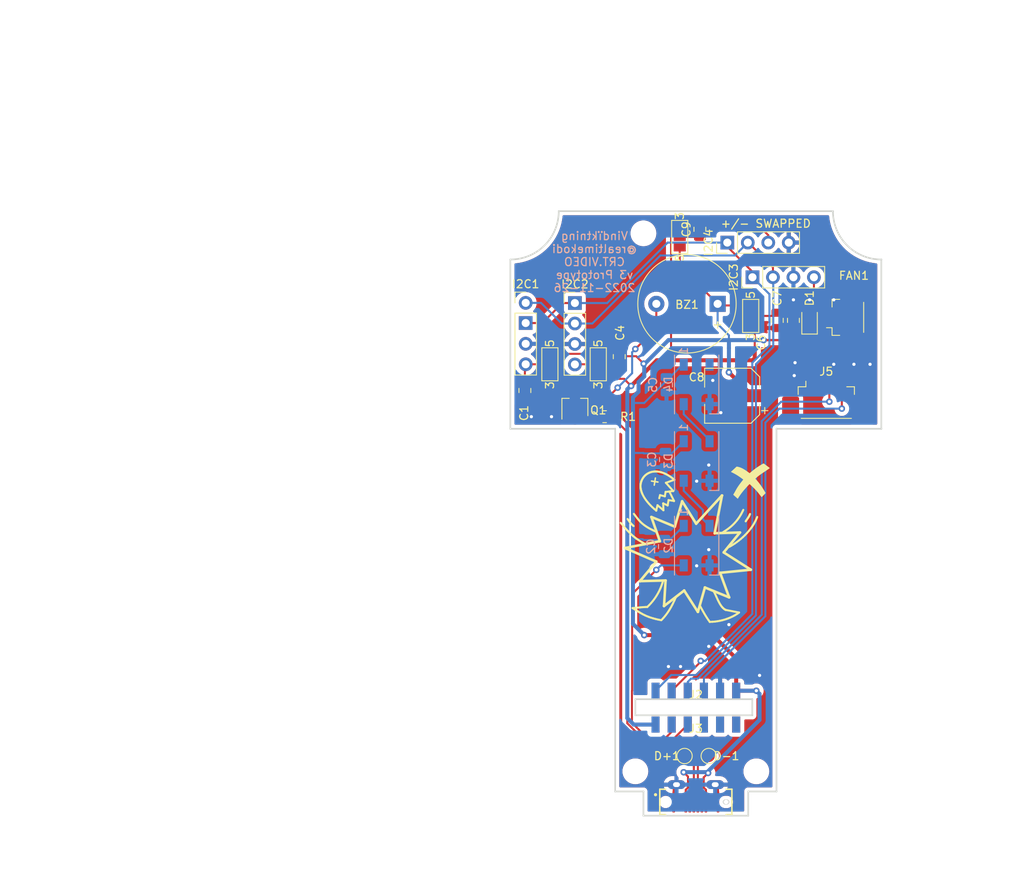
<source format=kicad_pcb>
(kicad_pcb (version 20211014) (generator pcbnew)
  (layers (0 "F.Cu" signal) (31 "B.Cu" signal) (34 "B.Paste" user) (35 "F.Paste" user) (36 "B.SilkS" user "B.Silkscreen") (37 "F.SilkS" user "F.Silkscreen") (38 "B.Mask" user) (39 "F.Mask" user) (44 "Edge.Cuts" user))
  (net 0 "")
  (net 1 "Net-(BZ1-Pad2)")
  (net 2 "VBUS")
  (net 3 "GND")
  (net 4 "+3V3")
  (net 5 "Net-(D2-Pad2)")
  (net 6 "Net-(D3-Pad2)")
  (net 10 "Net-(Q1-Pad1)")
  (net 13 "/TXD")
  (net 15 "/LIGHT")
  (net 16 "/SCL")
  (net 17 "/SDA")
  (net 18 "/RXD")
  (net 19 "/BUZZ")
  (net 20 "Net-(C6-Pad1)")
  (net 21 "Net-(C1-Pad1)")
  (net 22 "Net-(C4-Pad1)")
  (net 23 "Net-(C9-Pad1)")
  (net 24 "/D+")
  (net 25 "/D-")
  (footprint "Buzzer_Beeper:Buzzer_12x9.5RM7.6" (layer "F.Cu") (at 62.6 68 180)
    (fp_text reference "BZ1")
    (fp_text value "Buzzer")
  )
  (footprint "Capacitor_SMD:C_0805_2012Metric" (layer "F.Cu") (at 72 70.05 90)
    (fp_text reference "C7")
    (fp_text value "C")
  )
  (footprint "Capacitor_SMD:CP_Elec_6.3x7.7" (layer "F.Cu") (at 64.4 79.4 180)
    (fp_text reference "C8")
    (fp_text value "CP")
  )
  (footprint "Diode_SMD:D_0805_2012Metric" (layer "F.Cu") (at 74 70.0625 90)
    (fp_text reference "D1")
    (fp_text value "D")
  )
  (footprint "Resistor_SMD:R_0805_2012Metric" (layer "F.Cu") (at 48.5875 82)
    (fp_text reference "R1")
    (fp_text value "R")
  )
  (footprint "TestPoint:TestPoint_Pad_D1.5mm" (layer "F.Cu") (at 58.5 124.1)
    (fp_text reference "D+1")
    (fp_text value "D+")
  )
  (footprint "TestPoint:TestPoint_Pad_D1.5mm" (layer "F.Cu") (at 61.5 124.1)
    (fp_text reference "D-1")
    (fp_text value "D-")
  )
  (footprint "Jumper:SolderJumper-3_P1.3mm_Bridged12_Pad1.0x1.5mm_NumberLabels" (layer "F.Cu") (at 41.8 75.5 90)
    (fp_text reference "JP1" hide)
    (fp_text value "3/5")
  )
  (footprint "Jumper:SolderJumper-3_P1.3mm_Bridged12_Pad1.0x1.5mm_NumberLabels" (layer "F.Cu") (at 47.8 75.5 90)
    (fp_text reference "JP2" hide)
    (fp_text value "3/5")
  )
  (footprint "Jumper:SolderJumper-3_P1.3mm_Bridged12_Pad1.0x1.5mm_NumberLabels" (layer "F.Cu") (at 66.7 69.5 90)
    (fp_text reference "JP3" hide)
    (fp_text value "3/5")
  )
  (footprint "Jumper:SolderJumper-3_P1.3mm_Bridged12_Pad1.0x1.5mm_NumberLabels" (layer "F.Cu") (at 57.9 59.7 -90)
    (fp_text reference "JP4" hide)
    (fp_text value "3/5")
  )
  (footprint "Capacitor_SMD:C_0805_2012Metric" (layer "F.Cu") (at 70 70.05 -90)
    (fp_text reference "C6")
    (fp_text value "C")
  )
  (footprint "Capacitor_SMD:C_0805_2012Metric" (layer "F.Cu") (at 60.4 58.75 90)
    (fp_text reference "C9")
    (fp_text value "C")
  )
  (footprint "Capacitor_SMD:C_0805_2012Metric" (layer "F.Cu") (at 38.7 78.75 -90)
    (fp_text reference "C1")
    (fp_text value "C")
  )
  (footprint "Capacitor_SMD:C_0805_2012Metric" (layer "F.Cu") (at 50.4 74.55 90)
    (fp_text reference "C4")
    (fp_text value "C")
  )
  (footprint "edge:Edgesmol" (layer "F.Cu") (at 58.9 120.2)
    (fp_text reference "J3")
    (fp_text value "USB Side")
  )
  (footprint "edge:Edgesmol" (layer "F.Cu") (at 58.9 116)
    (fp_text reference "J2")
    (fp_text value "TopSide")
  )
  (footprint "GCT_USB4120-03-C_REVA:GCT_USB4120-03-C_REVA" (layer "F.Cu") (at 59.9 129.8)
    (fp_text reference "J1" hide)
    (fp_text value "USB4120-03-C_REVA")
    (fp_line (start 3.65 -0.26) (end 3.85 -0.26) (layer "Edge.Cuts") (width 0.1))
    (fp_line (start 3.85 0.26) (end 3.65 0.26) (layer "Edge.Cuts") (width 0.1))
    (fp_arc (start 3.85 -0.26) (mid 4.033848 -0.183848) (end 4.11 0) (layer "Edge.Cuts") (width 0.1))
    (fp_arc (start 4.11 0) (mid 4.033848 0.183848) (end 3.85 0.26) (layer "Edge.Cuts") (width 0.1))
    (fp_arc (start 3.39 0) (mid 3.466152 -0.183848) (end 3.65 -0.26) (layer "Edge.Cuts") (width 0.1))
    (fp_arc (start 3.65 0.26) (mid 3.466152 0.183848) (end 3.39 0) (layer "Edge.Cuts") (width 0.1))
  )
  (footprint "MountingHole:MountingHole_2.2mm_M2" (layer "F.Cu") (at 52.4 126)
    (fp_text reference "REF**" hide)
    (fp_text value "MountingHole_2.2mm_M2")
  )
  (footprint "MountingHole:MountingHole_2.2mm_M2" (layer "F.Cu") (at 67.4 126)
    (fp_text reference "REF**" hide)
    (fp_text value "MountingHole_2.2mm_M2")
  )
  (footprint "MountingHole:MountingHole_2.2mm_M2" (layer "F.Cu") (at 53.4 59.25)
    (fp_text reference "REF**" hide)
    (fp_text value "MountingHole_2.2mm_M2")
  )
  (footprint "Connector_Molex:Molex_PicoBlade_53398-0271_1x02-1MP_P1.25mm_Vertical" (layer "F.Cu") (at 78 69.675 90)
    (fp_text reference "FAN1")
    (fp_text value "PicoBlade 2")
  )
  (footprint "Connector_Molex:Molex_PicoBlade_53398-0471_1x04-1MP_P1.25mm_Vertical" (layer "F.Cu") (at 76.075 79.5)
    (fp_text reference "J5")
    (fp_text value "Conn_01x04_Male")
  )
  (footprint "Package_TO_SOT_SMD:SOT-23W" (layer "F.Cu") (at 44.9 80.8 90)
    (fp_text reference "Q1")
    (fp_text value "Q_NPN_BEC")
  )
  (footprint "Connector_PinHeader_2.54mm:PinHeader_1x04_P2.54mm_Vertical" (layer "F.Cu") (at 38.8 67.88)
    (fp_text reference "I2C1")
    (fp_text value "Conn_01x04_Male")
  )
  (footprint "Connector_PinHeader_2.54mm:PinHeader_1x04_P2.54mm_Vertical" (layer "F.Cu") (at 44.9 67.9)
    (fp_text reference "I2C2")
    (fp_text value "I2C1")
  )
  (footprint "Connector_PinHeader_2.54mm:PinHeader_1x04_P2.54mm_Vertical" (layer "F.Cu") (at 66.92 64.7 90)
    (fp_text reference "I2C3")
    (fp_text value "Conn_01x04_Male")
  )
  (footprint "Connector_PinHeader_2.54mm:PinHeader_1x04_P2.54mm_Vertical" (layer "F.Cu") (at 63.8 60.4 90)
    (fp_text reference "I2C4")
    (fp_text value "Conn_01x04_Male")
  )
  (footprint "Capacitor_SMD:C_0805_2012Metric" (layer "B.Cu") (at 56.007 98.11 -90)
    (fp_text reference "C2")
    (fp_text value "C")
  )
  (footprint "Capacitor_SMD:C_0805_2012Metric" (layer "B.Cu") (at 56.134 87.315 -90)
    (fp_text reference "C3")
    (fp_text value "C")
  )
  (footprint "Capacitor_SMD:C_0805_2012Metric" (layer "B.Cu") (at 56.261 78.044 -90)
    (fp_text reference "C5")
    (fp_text value "C")
  )
  (footprint "LED_SMD:LED_WS2812B_PLCC4_5.0x5.0mm_P3.2mm" (layer "B.Cu") (at 60 87.5 -90)
    (fp_text reference "D3")
    (fp_text value "WS2812B")
  )
  (footprint "LED_SMD:LED_WS2812B_PLCC4_5.0x5.0mm_P3.2mm" (layer "B.Cu") (at 60 78 -90)
    (fp_text reference "D4")
    (fp_text value "WS2812B")
  )
  (footprint "LED_SMD:LED_WS2812B_PLCC4_5.0x5.0mm_P3.2mm" (layer "B.Cu") (at 60 98 -90)
    (fp_text reference "D2")
    (fp_text value "WS2812B")
  )
  (gr_line (start 65.207651 97.385191) (end 65.462849 97.178409) (layer "F.SilkS") (width 0.25))
  (gr_line (start 54.465333 88.843526) (end 54.336909 88.876657) (layer "F.SilkS") (width 0.25))
  (gr_line (start 53.285331 89.705366) (end 53.227033 89.814634) (layer "F.SilkS") (width 0.25))
  (gr_line (start 65.549178 94.027087) (end 65.629384 93.877615) (layer "F.SilkS") (width 0.25))
  (gr_line (start 53.260246 95.260863) (end 53.42835 95.398107) (layer "F.SilkS") (width 0.25))
  (gr_line (start 61.023036 103.190784) (end 61.023036 103.190784) (layer "F.SilkS") (width 0.316249))
  (gr_line (start 55.034431 104.200573) (end 54.88576 104.430062) (layer "F.SilkS") (width 0.25))
  (gr_line (start 54.331319 95.963234) (end 54.475758 96.036132) (layer "F.SilkS") (width 0.25))
  (gr_line (start 66.556626 94.218024) (end 66.588205 94.146495) (layer "F.SilkS") (width 0.25))
  (gr_line (start 55.878093 93.610839) (end 55.853036 92.758918) (layer "F.SilkS") (width 0.25))
  (gr_line (start 66.110373 94.933576) (end 66.144973 94.880173) (layer "F.SilkS") (width 0.25))
  (gr_line (start 55.167887 103.975678) (end 55.034431 104.200573) (layer "F.SilkS") (width 0.25))
  (gr_line (start 53.109738 95.124806) (end 53.260246 95.260863) (layer "F.SilkS") (width 0.25))
  (gr_line (start 56.145364 91.339046) (end 56.145364 91.339046) (layer "F.SilkS") (width 0.25))
  (gr_line (start 53.873907 89.086951) (end 53.771691 89.157375) (layer "F.SilkS") (width 0.25))
  (gr_line (start 53.350419 89.600692) (end 53.285331 89.705366) (layer "F.SilkS") (width 0.25))
  (gr_line (start 65.722629 96.951025) (end 65.983145 96.703434) (layer "F.SilkS") (width 0.25))
  (gr_line (start 54.98441 93.652599) (end 54.98441 93.652599) (layer "F.SilkS") (width 0.25))
  (gr_line (start 60.154408 106.222624) (end 58.450564 103.566634) (layer "F.SilkS") (width 0.316249))
  (gr_line (start 55.435431 97.444492) (end 54.383058 94.437702) (layer "F.SilkS") (width 0.316249))
  (gr_line (start 55.435431 97.444492) (end 55.435431 97.444492) (layer "F.SilkS") (width 0.316249))
  (gr_line (start 53.413981 106.557912) (end 53.61249 106.654594) (layer "F.SilkS") (width 0.25))
  (gr_line (start 55.486982 88.865014) (end 55.329093 88.832566) (layer "F.SilkS") (width 0.25))
  (gr_line (start 53.253671 97.593199) (end 53.531136 97.745166) (layer "F.SilkS") (width 0.25))
  (gr_line (start 56.05798 106.757605) (end 56.192614 106.588182) (layer "F.SilkS") (width 0.25))
  (gr_line (start 54.594994 107.015716) (end 54.902213 107.097857) (layer "F.SilkS") (width 0.25))
  (gr_line (start 54.07807 92.792695) (end 54.285402 93.015015) (layer "F.SilkS") (width 0.25))
  (gr_line (start 54.720952 104.662948) (end 54.539087 104.898037) (layer "F.SilkS") (width 0.25))
  (gr_line (start 65.467205 94.170757) (end 65.549178 94.027087) (layer "F.SilkS") (width 0.25))
  (gr_line (start 63.144488 91.773359) (end 63.144488 91.773359) (layer "F.SilkS") (width 0.316249))
  (gr_line (start 58.2 92.5) (end 59.937253 95.272918) (layer "F.SilkS") (width 0.316249))
  (gr_line (start 64.94835 94.918442) (end 65.037141 94.806766) (layer "F.SilkS") (width 0.25))
  (gr_line (start 52.39581 105.950838) (end 52.721571 106.156018) (layer "F.SilkS") (width 0.25))
  (gr_line (start 65.629384 93.877615) (end 65.707642 93.722205) (layer "F.SilkS") (width 0.25))
  (gr_line (start 63.186248 96.383758) (end 63.438315 96.227748) (layer "F.SilkS") (width 0.25))
  (gr_line (start 52.736484 94.72163) (end 52.850587 94.855404) (layer "F.SilkS") (width 0.25))
  (gr_line (start 52.120228 95.515864) (end 52.186437 95.5736) (layer "F.SilkS") (width 0.25))
  (gr_line (start 55.486176 103.340505) (end 55.392838 103.544448) (layer "F.SilkS") (width 0.25))
  (gr_line (start 53.675233 89.234304) (end 53.584704 89.317418) (layer "F.SilkS") (width 0.25))
  (gr_line (start 54.475758 96.036132) (end 54.62835 96.10962) (layer "F.SilkS") (width 0.25))
  (gr_line (start 64.769432 95.127346) (end 64.94835 94.918442) (layer "F.SilkS") (width 0.25))
  (gr_line (start 53.943505 95.747817) (end 54.065533 95.819103) (layer "F.SilkS") (width 0.25))
  (gr_line (start 51.109006 98.296413) (end 55.435431 97.444492) (layer "F.SilkS") (width 0.316249))
  (gr_line (start 61.441543 107.203678) (end 61.624391 107.458738) (layer "F.SilkS") (width 0.25))
  (gr_line (start 52.0528 105.746546) (end 52.227909 105.848407) (layer "F.SilkS") (width 0.25))
  (gr_line (start 52.997741 97.441668) (end 53.253671 97.593199) (layer "F.SilkS") (width 0.25))
  (gr_line (start 60.680915 105.950322) (end 60.818813 106.19896) (layer "F.SilkS") (width 0.25))
  (gr_line (start 53.175697 89.928177) (end 53.131495 90.045679) (layer "F.SilkS") (width 0.25))
  (gr_line (start 67.428839 94.628845) (end 67.504318 94.437702) (layer "F.SilkS") (width 0.25))
  (gr_line (start 53.719469 95.606668) (end 53.828263 95.677014) (layer "F.SilkS") (width 0.25))
  (gr_line (start 55.853036 92.758918) (end 56.404279 93.009483) (layer "F.SilkS") (width 0.25))
  (gr_line (start 51.645248 96.364166) (end 51.805087 96.52231) (layer "F.SilkS") (width 0.25))
  (gr_line (start 56.404279 93.009483) (end 56.512856 92.349659) (layer "F.SilkS") (width 0.25))
  (gr_line (start 53.044027 90.486983) (end 53.040057 90.599783) (layer "F.SilkS") (width 0.25))
  (gr_line (start 54.73987 93.445695) (end 54.98441 93.652599) (layer "F.SilkS") (width 0.25))
  (gr_line (start 53.981709 89.023348) (end 53.873907 89.086951) (layer "F.SilkS") (width 0.25))
  (gr_line (start 62.67294 104.828692) (end 62.590887 104.657335) (layer "F.SilkS") (width 0.25))
  (gr_line (start 64.029819 104.418554) (end 64.029819 104.418554) (layer "F.SilkS") (width 0.316249))
  (gr_line (start 55.460486 91.7316) (end 55.460486 91.7316) (layer "F.SilkS") (width 0.25))
  (gr_line (start 61.271438 106.950438) (end 61.441543 107.203678) (layer "F.SilkS") (width 0.25))
  (gr_line (start 56.862403 89.534436) (end 56.681163 89.407943) (layer "F.SilkS") (width 0.25))
  (gr_line (start 62.234101 96.45893) (end 62.234101 96.45893) (layer "F.SilkS") (width 0.316249))
  (gr_line (start 53.709706 92.337732) (end 53.885739 92.566691) (layer "F.SilkS") (width 0.25))
  (gr_line (start 51.998356 95.401709) (end 52.057608 95.458576) (layer "F.SilkS") (width 0.25))
  (gr_line (start 66.240551 96.436032) (end 66.491002 96.149214) (layer "F.SilkS") (width 0.25))
  (gr_line (start 56.145364 91.339046) (end 57.09751 91.222116) (layer "F.SilkS") (width 0.25))
  (gr_line (start 52.0528 105.746546) (end 52.0528 105.746546) (layer "F.SilkS") (width 0.25))
  (gr_line (start 56.974904 105.343221) (end 57.068655 105.158736) (layer "F.SilkS") (width 0.25))
  (gr_line (start 66.457931 94.408869) (end 66.491409 94.34873) (layer "F.SilkS") (width 0.25))
  (gr_line (start 51.659477 95.013125) (end 51.701295 95.067813) (layer "F.SilkS") (width 0.25))
  (gr_line (start 53.054994 90.375082) (end 53.044027 90.486983) (layer "F.SilkS") (width 0.25))
  (gr_line (start 67.061461 95.349813) (end 67.162163 95.17621) (layer "F.SilkS") (width 0.25))
  (gr_line (start 63.943816 107.011883) (end 64.16936 106.919692) (layer "F.SilkS") (width 0.25))
  (gr_line (start 53.073119 90.26417) (end 53.054994 90.375082) (layer "F.SilkS") (width 0.25))
  (gr_line (start 57.197734 92.45824) (end 57.197734 92.45824) (layer "F.SilkS") (width 0.25))
  (gr_line (start 56.502239 89.294319) (end 56.325804 89.193246) (layer "F.SilkS") (width 0.25))
  (gr_line (start 64.062374 95.790043) (end 64.234962 95.648154) (layer "F.SilkS") (width 0.25))
  (gr_line (start 66.491409 94.34873) (end 66.524334 94.285275) (layer "F.SilkS") (width 0.25))
  (gr_line (start 54.339241 105.134132) (end 54.120495 105.370038) (layer "F.SilkS") (width 0.25))
  (gr_line (start 55.174896 88.810441) (end 55.024565 88.798321) (layer "F.SilkS") (width 0.25))
  (gr_line (start 63.595502 105.972052) (end 63.530508 105.938304) (layer "F.SilkS") (width 0.25))
  (gr_line (start 63.353291 98.839301) (end 63.353291 98.839301) (layer "F.SilkS") (width 0.316249))
  (gr_line (start 53.411731 91.873858) (end 53.551271 92.106545) (layer "F.SilkS") (width 0.25))
  (gr_line (start 53.068503 90.942662) (end 53.090896 91.058146) (layer "F.SilkS") (width 0.25))
  (gr_line (start 62.430053 104.307532) (end 62.268579 103.959117) (layer "F.SilkS") (width 0.25))
  (gr_line (start 55.916408 106.924471) (end 56.05798 106.757605) (layer "F.SilkS") (width 0.25))
  (gr_line (start 54.336909 88.876657) (end 54.213382 88.917883) (layer "F.SilkS") (width 0.25))
  (gr_line (start 62.592444 107.376785) (end 62.890531 107.322181) (layer "F.SilkS") (width 0.25))
  (gr_line (start 63.18171 105.646619) (end 63.129563 105.585035) (layer "F.SilkS") (width 0.25))
  (gr_line (start 54.383058 94.437702) (end 57.289613 95.640419) (layer "F.SilkS") (width 0.316249))
  (gr_line (start 62.590887 104.657335) (end 62.430053 104.307532) (layer "F.SilkS") (width 0.25))
  (gr_line (start 66.389638 94.521121) (end 66.423981 94.466173) (layer "F.SilkS") (width 0.25))
  (gr_line (start 57.09751 91.222116) (end 57.09751 91.222116) (layer "F.SilkS") (width 0.25))
  (gr_line (start 61.112199 106.69875) (end 61.271438 106.950438) (layer "F.SilkS") (width 0.25))
  (gr_line (start 54.598483 88.818808) (end 54.465333 88.843526) (layer "F.SilkS") (width 0.25))
  (gr_line (start 54.736187 88.802823) (end 54.598483 88.818808) (layer "F.SilkS") (width 0.25))
  (gr_line (start 54.902213 107.097857) (end 55.239858 107.176047) (layer "F.SilkS") (width 0.25))
  (gr_line (start 55.239858 107.176047) (end 55.610826 107.249937) (layer "F.SilkS") (width 0.25))
  (gr_line (start 53.229415 105.641102) (end 52.997587 105.660443) (layer "F.SilkS") (width 0.25))
  (gr_line (start 52.629056 94.588191) (end 52.736484 94.72163) (layer "F.SilkS") (width 0.25))
  (gr_line (start 65.257585 106.297785) (end 65.257585 106.297785) (layer "F.SilkS") (width 0.25))
  (gr_line (start 52.423305 94.32146) (end 52.629056 94.588191) (layer "F.SilkS") (width 0.25))
  (gr_line (start 56.325804 89.193246) (end 56.15203 89.104407) (layer "F.SilkS") (width 0.25))
  (gr_line (start 65.462849 97.178409) (end 65.722629 96.951025) (layer "F.SilkS") (width 0.25))
  (gr_line (start 56.669893 105.887923) (end 56.775929 105.707964) (layer "F.SilkS") (width 0.25))
  (gr_line (start 64.745687 106.634775) (end 65.040293 106.454582) (layer "F.SilkS") (width 0.25))
  (gr_line (start 55.639185 102.961939) (end 55.567985 103.145936) (layer "F.SilkS") (width 0.25))
  (gr_line (start 56.145366 102.322162) (end 52.963189 102.405681) (layer "F.SilkS") (width 0.316249))
  (gr_line (start 62.910626 101.370013) (end 64.029819 104.418554) (layer "F.SilkS") (width 0.316249))
  (gr_line (start 50.582819 95.172695) (end 51.193442 95.874396) (layer "F.SilkS") (width 0.25))
  (gr_line (start 65.383646 94.308757) (end 65.467205 94.170757) (layer "F.SilkS") (width 0.25))
  (gr_line (start 66.588205 94.146495) (end 66.618992 94.070209) (layer "F.SilkS") (width 0.25))
  (gr_line (start 56.512856 92.349659) (end 57.197734 92.45824) (layer "F.SilkS") (width 0.25))
  (gr_line (start 63.029557 105.452577) (end 62.934641 105.309088) (layer "F.SilkS") (width 0.25))
  (gr_line (start 54.194691 95.8909) (end 54.331319 95.963234) (layer "F.SilkS") (width 0.25))
  (gr_line (start 53.551271 92.106545) (end 53.709706 92.337732) (layer "F.SilkS") (width 0.25))
  (gr_line (start 53.519853 95.467242) (end 53.616779 95.536753) (layer "F.SilkS") (width 0.25))
  (gr_line (start 65.366166 96.367057) (end 65.366166 96.367057) (layer "F.SilkS") (width 0.316249))
  (gr_line (start 55.567985 103.145936) (end 55.486176 103.340505) (layer "F.SilkS") (width 0.25))
  (gr_line (start 55.953265 105.495985) (end 56.145366 102.322162) (layer "F.SilkS") (width 0.316249))
  (gr_line (start 56.681163 89.407943) (end 56.502239 89.294319) (layer "F.SilkS") (width 0.25))
  (gr_line (start 57.045788 89.674117) (end 56.862403 89.534436) (layer "F.SilkS") (width 0.25))
  (gr_line (start 57.09751 91.222116) (end 56.187123 90.203152) (layer "F.SilkS") (width 0.25))
  (gr_line (start 60.154408 106.222624) (end 60.154408 106.222624) (layer "F.SilkS") (width 0.316249))
  (gr_line (start 64.134999 98.096248) (end 64.309598 97.9984) (layer "F.SilkS") (width 0.25))
  (gr_line (start 63.702558 107.099898) (end 63.943816 107.011883) (layer "F.SilkS") (width 0.25))
  (gr_line (start 57.197734 92.45824) (end 56.613082 91.288935) (layer "F.SilkS") (width 0.25))
  (gr_line (start 64.508008 97.877976) (end 64.726385 97.73537) (layer "F.SilkS") (width 0.25))
  (gr_line (start 66.423981 94.466173) (end 66.457931 94.408869) (layer "F.SilkS") (width 0.25))
  (gr_line (start 54.065533 95.819103) (end 54.194691 95.8909) (layer "F.SilkS") (width 0.25))
  (gr_line (start 55.287048 103.756571) (end 55.167887 103.975678) (layer "F.SilkS") (width 0.25))
  (gr_line (start 51.506131 94.796115) (end 51.580458 94.904327) (layer "F.SilkS") (width 0.25))
  (gr_line (start 64.960881 97.570976) (end 65.207651 97.385191) (layer "F.SilkS") (width 0.25))
  (gr_line (start 63.129563 105.585035) (end 63.029557 105.452577) (layer "F.SilkS") (width 0.25))
  (gr_line (start 57.068655 105.158736) (end 57.246716 104.786288) (layer "F.SilkS") (width 0.25))
  (gr_line (start 54.285402 93.015015) (end 54.506435 93.232924) (layer "F.SilkS") (width 0.25))
  (gr_line (start 52.963189 102.405681) (end 52.963189 102.405681) (layer "F.SilkS") (width 0.316249))
  (gr_line (start 53.673616 105.612145) (end 53.455435 105.624664) (layer "F.SilkS") (width 0.25))
  (gr_line (start 66.524334 94.285275) (end 66.556626 94.218024) (layer "F.SilkS") (width 0.25))
  (gr_line (start 54.213382 88.917883) (end 54.094925 88.966886) (layer "F.SilkS") (width 0.25))
  (gr_line (start 55.329093 88.832566) (end 55.174896 88.810441) (layer "F.SilkS") (width 0.25))
  (gr_line (start 53.227033 89.814634) (end 53.175697 89.928177) (layer "F.SilkS") (width 0.25))
  (gr_line (start 51.701295 95.067813) (end 51.744945 95.12273) (layer "F.SilkS") (width 0.25))
  (gr_line (start 56.320716 106.416353) (end 56.442692 106.242267) (layer "F.SilkS") (width 0.25))
  (gr_line (start 63.46763 105.89997) (end 63.406775 105.857253) (layer "F.SilkS") (width 0.25))
  (gr_line (start 63.44619 107.182066) (end 63.702558 107.099898) (layer "F.SilkS") (width 0.25))
  (gr_line (start 53.616779 95.536753) (end 53.719469 95.606668) (layer "F.SilkS") (width 0.25))
  (gr_line (start 62.844067 105.156195) (end 62.757083 104.995521) (layer "F.SilkS") (width 0.25))
  (gr_line (start 55.610826 107.249937) (end 55.767492 107.088632) (layer "F.SilkS") (width 0.25))
  (gr_line (start 52.339641 96.986241) (end 52.542678 97.138535) (layer "F.SilkS") (width 0.25))
  (gr_line (start 55.853036 92.758918) (end 55.853036 92.758918) (layer "F.SilkS") (width 0.25))
  (gr_line (start 66.0761 94.988948) (end 66.110373 94.933576) (layer "F.SilkS") (width 0.25))
  (gr_line (start 52.88522 106.258072) (end 53.053241 106.359304) (layer "F.SilkS") (width 0.25))
  (gr_line (start 54.399762 89.985994) (end 55.201571 90.111277) (layer "F.SilkS") (width 0.1875))
  (gr_poly (pts (xy 64.572707 91.673136) (xy 64.637525 91.569167) (xy 64.694748 91.472793) (xy 64.79446 91.294779) (xy 64.887945 91.122992) (xy 64.937384 91.034402) (xy 64.991305 90.94133) (xy 65.05172 90.841765) (xy 65.120642 90.733692) (xy 65.200084 90.615099) (xy 65.292058 90.483975) (xy 65.398577 90.338305) (xy 65.521654 90.176077) (xy 65.663302 89.995278) (xy 65.825534 89.793896) (xy 65.67023 89.676247) (xy 65.508995 89.557424) (xy 65.339686 89.437819) (xy 65.160162 89.317822) (xy 65.0659 89.257798) (xy 64.968282 89.197824) (xy 64.867039 89.137948) (xy 64.761903 89.078219) (xy 64.652608 89.018685) (xy 64.538884 88.959396) (xy 64.420466 88.9004) (xy 64.297084 88.841747) (xy 64.494993 88.663077) (xy 64.680176 88.491879) (xy 64.965259 88.223684) (xy 65.068238 88.240628) (xy 65.167423 88.261718) (xy 65.263547 88.287058) (xy 65.357345 88.316753) (xy 65.449551 88.350905) (xy 65.5409 88.38962) (xy 65.632128 88.433002) (xy 65.723967 88.481153) (xy 65.817153 88.534178) (xy 65.912421 88.59218) (xy 66.010505 88.655265) (xy 66.112139 88.723535) (xy 66.328998 88.876049) (xy 66.568874 89.050552) (xy 66.752356 88.895967) (xy 66.935078 88.745179) (xy 67.122082 88.596597) (xy 67.318409 88.448631) (xy 67.421644 88.374383) (xy 67.529101 88.299693) (xy 67.641408 88.224361) (xy 67.759198 88.14819) (xy 67.883099 88.070981) (xy 68.013742 87.992534) (xy 68.151758 87.912652) (xy 68.297775 87.831135) (xy 69.024414 88.374027) (xy 68.788449 88.540353) (xy 68.544711 88.705505) (xy 68.056632 89.03385) (xy 67.823648 89.197827) (xy 67.712403 89.279937) (xy 67.605603 89.362195) (xy 67.503958 89.444648) (xy 67.408178 89.527346) (xy 67.318971 89.610338) (xy 67.237049 89.693672) (xy 67.375851 89.848452) (xy 67.514777 90.007714) (xy 67.585202 90.091343) (xy 67.656756 90.178874) (xy 67.729804 90.271233) (xy 67.804715 90.369347) (xy 67.881852 90.474143) (xy 67.961583 90.586549) (xy 68.044274 90.70749) (xy 68.13029 90.837895) (xy 68.219997 90.97869) (xy 68.313763 91.130801) (xy 68.411952 91.295157) (xy 68.514931 91.472683) (xy 68.063915 91.940403) (xy 67.992644 91.856268) (xy 67.929816 91.778802) (xy 67.819661 91.636142) (xy 67.713789 91.496957) (xy 67.656315 91.423832) (xy 67.592539 91.345776) (xy 67.520003 91.260854) (xy 67.436249 91.167132) (xy 67.33882 91.062677) (xy 67.225258 90.945555) (xy 67.093106 90.813834) (xy 66.939905 90.665579) (xy 66.763198 90.498856) (xy 66.560528 90.311733) (xy 66.333148 90.546921) (xy 66.118127 90.778583) (xy 65.915518 91.007547) (xy 65.725376 91.23464) (xy 65.547753 91.46069) (xy 65.463653 91.573582) (xy 65.382704 91.686524) (xy 65.304911 91.799618) (xy 65.230282 91.912969) (xy 65.158824 92.02668) (xy 65.090543 92.140854) (xy 64.572707 91.673136)) (layer "F.SilkS") (width 0.066145) (fill solid))
  (gr_line (start 53.42835 95.398107) (end 53.519853 95.467242) (layer "F.SilkS") (width 0.25))
  (gr_line (start 52.997587 105.660443) (end 52.0528 105.746546) (layer "F.SilkS") (width 0.25))
  (gr_line (start 54.88576 104.430062) (end 54.720952 104.662948) (layer "F.SilkS") (width 0.25))
  (gr_line (start 63.235411 105.704836) (end 63.18171 105.646619) (layer "F.SilkS") (width 0.25))
  (gr_line (start 53.131495 90.045679) (end 53.098566 90.154339) (layer "F.SilkS") (width 0.25))
  (gr_line (start 55.143102 92.984424) (end 55.143102 92.984424) (layer "F.SilkS") (width 0.25))
  (gr_line (start 64.726385 97.73537) (end 64.960881 97.570976) (layer "F.SilkS") (width 0.25))
  (gr_line (start 57.231145 89.827305) (end 57.045788 89.674117) (layer "F.SilkS") (width 0.25))
  (gr_line (start 51.942254 95.345235) (end 51.998356 95.401709) (layer "F.SilkS") (width 0.25))
  (gr_line (start 65.125247 94.690094) (end 65.212486 94.568291) (layer "F.SilkS") (width 0.25))
  (gr_line (start 54.506435 93.232924) (end 54.73987 93.445695) (layer "F.SilkS") (width 0.25))
  (gr_line (start 56.187123 90.203152) (end 56.187123 90.203152) (layer "F.SilkS") (width 0.25))
  (gr_line (start 55.836335 102.355563) (end 55.753448 102.630437) (layer "F.SilkS") (width 0.25))
  (gr_line (start 66.719215 100.985812) (end 62.910626 101.370013) (layer "F.SilkS") (width 0.316249))
  (gr_line (start 63.144488 91.773359) (end 62.234101 96.45893) (layer "F.SilkS") (width 0.316249))
  (gr_line (start 52.963189 102.405681) (end 54.992766 99.98355) (layer "F.SilkS") (width 0.316249))
  (gr_line (start 66.845224 95.683444) (end 66.955654 95.518907) (layer "F.SilkS") (width 0.25))
  (gr_line (start 63.175313 107.256717) (end 63.44619 107.182066) (layer "F.SilkS") (width 0.25))
  (gr_line (start 52.761394 97.290229) (end 52.997741 97.441668) (layer "F.SilkS") (width 0.25))
  (gr_line (start 65.707642 93.722205) (end 65.783772 93.560722) (layer "F.SilkS") (width 0.25))
  (gr_line (start 58.2 92.5) (end 58.2 92.5) (layer "F.SilkS") (width 0.316249))
  (gr_line (start 54.884189 89.610147) (end 54.742202 90.495478) (layer "F.SilkS") (width 0.1875))
  (gr_line (start 61.958772 107.446735) (end 62.281657 107.41886) (layer "F.SilkS") (width 0.25))
  (gr_line (start 64.234962 95.648154) (end 64.411296 95.491125) (layer "F.SilkS") (width 0.25))
  (gr_line (start 51.972798 96.678474) (end 52.150332 96.833003) (layer "F.SilkS") (width 0.25))
  (gr_line (start 53.82695 106.749062) (end 54.060258 106.840971) (layer "F.SilkS") (width 0.25))
  (gr_line (start 59.937253 95.272918) (end 63.144488 91.773359) (layer "F.SilkS") (width 0.316249))
  (gr_line (start 64.589933 95.317881) (end 64.769432 95.127346) (layer "F.SilkS") (width 0.25))
  (gr_line (start 53.881927 105.604559) (end 53.881927 105.604559) (layer "F.SilkS") (width 0.25))
  (gr_line (start 56.192614 106.588182) (end 56.320716 106.416353) (layer "F.SilkS") (width 0.25))
  (gr_line (start 57.231145 89.827305) (end 57.231145 89.827305) (layer "F.SilkS") (width 0.25))
  (gr_line (start 54.992766 99.98355) (end 54.992766 99.98355) (layer "F.SilkS") (width 0.316249))
  (gr_line (start 53.828263 95.677014) (end 53.943505 95.747817) (layer "F.SilkS") (width 0.25))
  (gr_line (start 53.042922 90.71339) (end 53.052458 90.827713) (layer "F.SilkS") (width 0.25))
  (gr_line (start 58.450564 103.566634) (end 58.450564 103.566634) (layer "F.SilkS") (width 0.316249))
  (gr_line (start 65.037141 94.806766) (end 65.125247 94.690094) (layer "F.SilkS") (width 0.25))
  (gr_line (start 65.257585 106.297785) (end 63.595502 105.972052) (layer "F.SilkS") (width 0.25))
  (gr_line (start 55.360261 92.115799) (end 55.460486 91.7316) (layer "F.SilkS") (width 0.25))
  (gr_line (start 62.185727 103.789492) (end 62.100465 103.625091) (layer "F.SilkS") (width 0.25))
  (gr_line (start 51.491329 96.203696) (end 51.645248 96.364166) (layer "F.SilkS") (width 0.25))
  (gr_line (start 61.624391 107.458738) (end 61.958772 107.446735) (layer "F.SilkS") (width 0.25))
  (gr_line (start 66.719215 100.985812) (end 66.719215 100.985812) (layer "F.SilkS") (width 0.316249))
  (gr_line (start 63.530508 105.938304) (end 63.46763 105.89997) (layer "F.SilkS") (width 0.25))
  (gr_line (start 52.150332 96.833003) (end 52.339641 96.986241) (layer "F.SilkS") (width 0.25))
  (gr_line (start 55.392838 103.544448) (end 55.287048 103.756571) (layer "F.SilkS") (width 0.25))
  (gr_line (start 64.570898 106.729467) (end 64.745687 106.634775) (layer "F.SilkS") (width 0.25))
  (gr_line (start 54.060258 106.840971) (end 54.315308 106.929971) (layer "F.SilkS") (width 0.25))
  (gr_line (start 51.434741 94.68827) (end 51.506131 94.796115) (layer "F.SilkS") (width 0.25))
  (gr_line (start 62.757083 104.995521) (end 62.67294 104.828692) (layer "F.SilkS") (width 0.25))
  (gr_line (start 65.298679 94.441224) (end 65.383646 94.308757) (layer "F.SilkS") (width 0.25))
  (gr_line (start 53.053241 106.359304) (end 53.22853 106.459367) (layer "F.SilkS") (width 0.25))
  (gr_line (start 56.877464 105.526347) (end 56.974904 105.343221) (layer "F.SilkS") (width 0.25))
  (gr_line (start 63.734202 96.032714) (end 63.894974 95.917871) (layer "F.SilkS") (width 0.25))
  (gr_line (start 56.775929 105.707964) (end 56.877464 105.526347) (layer "F.SilkS") (width 0.25))
  (gr_line (start 62.281657 107.41886) (end 62.592444 107.376785) (layer "F.SilkS") (width 0.25))
  (gr_line (start 51.434741 94.68827) (end 52.186437 95.5736) (layer "F.SilkS") (width 0.066145))
  (gr_line (start 54.094925 88.966886) (end 53.981709 89.023348) (layer "F.SilkS") (width 0.25))
  (gr_line (start 65.366166 96.367057) (end 63.353291 98.839301) (layer "F.SilkS") (width 0.316249))
  (gr_line (start 55.024565 88.798321) (end 54.878271 88.795888) (layer "F.SilkS") (width 0.25))
  (gr_line (start 64.16936 106.919692) (end 64.378588 106.824997) (layer "F.SilkS") (width 0.25))
  (gr_line (start 53.154074 91.290353) (end 53.194534 91.406894) (layer "F.SilkS") (width 0.25))
  (gr_line (start 60.413325 105.454218) (end 60.680915 105.950322) (layer "F.SilkS") (width 0.25))
  (gr_line (start 51.838618 95.23336) (end 51.889081 95.289128) (layer "F.SilkS") (width 0.25))
  (gr_line (start 53.131495 90.045679) (end 53.131495 90.045679) (layer "F.SilkS") (width 0.25))
  (gr_line (start 53.119474 91.174073) (end 53.154074 91.290353) (layer "F.SilkS") (width 0.25))
  (gr_line (start 53.500278 89.4064) (end 53.422125 89.50093) (layer "F.SilkS") (width 0.25))
  (gr_line (start 61.624391 107.458738) (end 61.624391 107.458738) (layer "F.SilkS") (width 0.25))
  (gr_line (start 55.878093 93.610839) (end 55.878093 93.610839) (layer "F.SilkS") (width 0.25))
  (gr_line (start 53.098566 90.154339) (end 53.073119 90.26417) (layer "F.SilkS") (width 0.25))
  (gr_line (start 63.894974 95.917871) (end 64.062374 95.790043) (layer "F.SilkS") (width 0.25))
  (gr_line (start 56.053491 91.881939) (end 56.053491 91.881939) (layer "F.SilkS") (width 0.25))
  (gr_line (start 51.580458 94.904327) (end 51.659477 95.013125) (layer "F.SilkS") (width 0.25))
  (gr_line (start 54.62835 96.10962) (end 54.789436 96.183726) (layer "F.SilkS") (width 0.25))
  (gr_line (start 54.992766 99.98355) (end 51.109006 98.296413) (layer "F.SilkS") (width 0.316249))
  (gr_line (start 57.246716 104.786288) (end 57.414895 104.4102) (layer "F.SilkS") (width 0.25))
  (gr_line (start 53.422125 89.50093) (end 53.350419 89.600692) (layer "F.SilkS") (width 0.25))
  (gr_line (start 63.438315 96.227748) (end 63.581502 96.135647) (layer "F.SilkS") (width 0.25))
  (gr_line (start 67.162163 95.17621) (end 67.257281 94.998148) (layer "F.SilkS") (width 0.25))
  (gr_line (start 51.805087 96.52231) (end 51.972798 96.678474) (layer "F.SilkS") (width 0.25))
  (gr_line (start 55.813152 88.962154) (end 55.648393 88.908104) (layer "F.SilkS") (width 0.25))
  (gr_line (start 57.289613 95.640419) (end 58.2 92.5) (layer "F.SilkS") (width 0.316249))
  (gr_line (start 52.057608 95.458576) (end 52.120228 95.515864) (layer "F.SilkS") (width 0.25))
  (gr_line (start 66.955654 95.518907) (end 67.061461 95.349813) (layer "F.SilkS") (width 0.25))
  (gr_line (start 53.040057 90.599783) (end 53.042922 90.71339) (layer "F.SilkS") (width 0.25))
  (gr_line (start 53.240692 91.523607) (end 53.292386 91.640399) (layer "F.SilkS") (width 0.25))
  (gr_line (start 64.378588 106.824997) (end 64.570898 106.729467) (layer "F.SilkS") (width 0.25))
  (gr_line (start 64.029819 104.418554) (end 61.023036 103.190784) (layer "F.SilkS") (width 0.316249))
  (gr_line (start 52.319522 94.187742) (end 52.423305 94.32146) (layer "F.SilkS") (width 0.25))
  (gr_line (start 61.023036 103.190784) (end 60.154408 106.222624) (layer "F.SilkS") (width 0.316249))
  (gr_line (start 67.257281 94.998148) (end 67.346333 94.815676) (layer "F.SilkS") (width 0.25))
  (gr_line (start 54.315308 106.929971) (end 54.594994 107.015716) (layer "F.SilkS") (width 0.25))
  (gr_line (start 53.052458 90.827713) (end 53.068503 90.942662) (layer "F.SilkS") (width 0.25))
  (gr_line (start 51.109006 98.296413) (end 51.109006 98.296413) (layer "F.SilkS") (width 0.316249))
  (gr_line (start 55.753448 102.630437) (end 55.700699 102.789707) (layer "F.SilkS") (width 0.25))
  (gr_line (start 53.292386 91.640399) (end 53.411731 91.873858) (layer "F.SilkS") (width 0.25))
  (gr_line (start 53.771691 89.157375) (end 53.675233 89.234304) (layer "F.SilkS") (width 0.25))
  (gr_line (start 55.460486 91.7316) (end 56.053491 91.881939) (layer "F.SilkS") (width 0.25))
  (gr_line (start 58.450564 103.566634) (end 55.953265 105.495985) (layer "F.SilkS") (width 0.316249))
  (gr_line (start 51.744945 95.12273) (end 51.790646 95.177903) (layer "F.SilkS") (width 0.25))
  (gr_line (start 53.22853 106.459367) (end 53.413981 106.557912) (layer "F.SilkS") (width 0.25))
  (gr_line (start 52.211493 94.053505) (end 52.319522 94.187742) (layer "F.SilkS") (width 0.25))
  (gr_line (start 56.512856 92.349659) (end 56.512856 92.349659) (layer "F.SilkS") (width 0.25))
  (gr_line (start 55.767492 107.088632) (end 55.916408 106.924471) (layer "F.SilkS") (width 0.25))
  (gr_line (start 57.289613 95.640419) (end 57.289613 95.640419) (layer "F.SilkS") (width 0.316249))
  (gr_line (start 56.404279 93.009483) (end 56.404279 93.009483) (layer "F.SilkS") (width 0.25))
  (gr_line (start 55.981089 89.027482) (end 55.813152 88.962154) (layer "F.SilkS") (width 0.25))
  (gr_line (start 53.61249 106.654594) (end 53.82695 106.749062) (layer "F.SilkS") (width 0.25))
  (gr_line (start 63.34785 105.810357) (end 63.290759 105.759483) (layer "F.SilkS") (width 0.25))
  (gr_line (start 64.411296 95.491125) (end 64.589933 95.317881) (layer "F.SilkS") (width 0.25))
  (gr_line (start 52.542678 97.138535) (end 52.761394 97.290229) (layer "F.SilkS") (width 0.25))
  (gr_line (start 60.818813 106.19896) (end 60.961949 106.448347) (layer "F.SilkS") (width 0.25))
  (gr_line (start 52.227909 105.848407) (end 52.39581 105.950838) (layer "F.SilkS") (width 0.25))
  (gr_line (start 62.934641 105.309088) (end 62.844067 105.156195) (layer "F.SilkS") (width 0.25))
  (gr_line (start 53.584704 89.317418) (end 53.500278 89.4064) (layer "F.SilkS") (width 0.25))
  (gr_line (start 59.937253 95.272918) (end 59.937253 95.272918) (layer "F.SilkS") (width 0.316249))
  (gr_line (start 56.145366 102.322162) (end 56.145366 102.322162) (layer "F.SilkS") (width 0.316249))
  (gr_line (start 63.595502 105.972052) (end 63.595502 105.972052) (layer "F.SilkS") (width 0.25))
  (gr_line (start 62.890531 107.322181) (end 63.175313 107.256717) (layer "F.SilkS") (width 0.25))
  (gr_line (start 63.581502 96.135647) (end 63.734202 96.032714) (layer "F.SilkS") (width 0.25))
  (gr_line (start 63.988057 98.171123) (end 64.134999 98.096248) (layer "F.SilkS") (width 0.25))
  (gr_line (start 53.885739 92.566691) (end 54.07807 92.792695) (layer "F.SilkS") (width 0.25))
  (gr_line (start 62.234101 96.45893) (end 65.366166 96.367057) (layer "F.SilkS") (width 0.316249))
  (gr_line (start 65.983145 96.703434) (end 66.240551 96.436032) (layer "F.SilkS") (width 0.25))
  (gr_line (start 63.290759 105.759483) (end 63.235411 105.704836) (layer "F.SilkS") (width 0.25))
  (gr_line (start 62.910626 101.370013) (end 62.910626 101.370013) (layer "F.SilkS") (width 0.316249))
  (gr_line (start 60.961949 106.448347) (end 61.112199 106.69875) (layer "F.SilkS") (width 0.25))
  (gr_line (start 64.309598 97.9984) (end 64.508008 97.877976) (layer "F.SilkS") (width 0.25))
  (gr_line (start 62.268579 103.959117) (end 62.185727 103.789492) (layer "F.SilkS") (width 0.25))
  (gr_line (start 56.053491 91.881939) (end 56.145364 91.339046) (layer "F.SilkS") (width 0.25))
  (gr_line (start 53.455435 105.624664) (end 53.229415 105.641102) (layer "F.SilkS") (width 0.25))
  (gr_line (start 55.700699 102.789707) (end 55.639185 102.961939) (layer "F.SilkS") (width 0.25))
  (gr_line (start 56.187123 90.203152) (end 57.231145 89.827305) (layer "F.SilkS") (width 0.25))
  (gr_line (start 66.285055 94.67664) (end 66.354983 94.574195) (layer "F.SilkS") (width 0.25))
  (gr_line (start 54.789436 96.183726) (end 54.959357 96.258475) (layer "F.SilkS") (width 0.25))
  (gr_line (start 52.721571 106.156018) (end 52.88522 106.258072) (layer "F.SilkS") (width 0.25))
  (gr_line (start 53.194534 91.406894) (end 53.240692 91.523607) (layer "F.SilkS") (width 0.25))
  (gr_line (start 66.730652 95.843374) (end 66.845224 95.683444) (layer "F.SilkS") (width 0.25))
  (gr_line (start 56.15203 89.104407) (end 55.981089 89.027482) (layer "F.SilkS") (width 0.25))
  (gr_line (start 53.090896 91.058146) (end 53.119474 91.174073) (layer "F.SilkS") (width 0.25))
  (gr_line (start 51.889081 95.289128) (end 51.942254 95.345235) (layer "F.SilkS") (width 0.25))
  (gr_line (start 65.040293 106.454582) (end 65.257585 106.297785) (layer "F.SilkS") (width 0.25))
  (gr_line (start 55.648393 88.908104) (end 55.486982 88.865014) (layer "F.SilkS") (width 0.25))
  (gr_line (start 55.953265 105.495985) (end 55.953265 105.495985) (layer "F.SilkS") (width 0.316249))
  (gr_line (start 55.610826 107.249937) (end 55.610826 107.249937) (layer "F.SilkS") (width 0.25))
  (gr_line (start 53.881927 105.604559) (end 53.673616 105.612145) (layer "F.SilkS") (width 0.25))
  (gr_line (start 63.353291 98.839301) (end 66.719215 100.985812) (layer "F.SilkS") (width 0.316249))
  (gr_line (start 52.974095 94.989725) (end 53.109738 95.124806) (layer "F.SilkS") (width 0.25))
  (gr_line (start 66.354983 94.574195) (end 66.389638 94.521121) (layer "F.SilkS") (width 0.25))
  (gr_line (start 56.442692 106.242267) (end 56.558949 106.066074) (layer "F.SilkS") (width 0.25))
  (gr_line (start 67.346333 94.815676) (end 67.428839 94.628845) (layer "F.SilkS") (width 0.25))
  (gr_line (start 52.850587 94.855404) (end 52.974095 94.989725) (layer "F.SilkS") (width 0.25))
  (gr_line (start 55.143102 92.984424) (end 55.878093 93.610839) (layer "F.SilkS") (width 0.25))
  (gr_line (start 63.406775 105.857253) (end 63.34785 105.810357) (layer "F.SilkS") (width 0.25))
  (gr_line (start 65.212486 94.568291) (end 65.298679 94.441224) (layer "F.SilkS") (width 0.25))
  (gr_line (start 66.491002 96.149214) (end 66.730652 95.843374) (layer "F.SilkS") (width 0.25))
  (gr_line (start 51.193442 95.874396) (end 51.491329 96.203696) (layer "F.SilkS") (width 0.25))
  (gr_line (start 56.558949 106.066074) (end 56.669893 105.887923) (layer "F.SilkS") (width 0.25))
  (gr_line (start 66.144973 94.880173) (end 66.214838 94.777352) (layer "F.SilkS") (width 0.25))
  (gr_line (start 54.120495 105.370038) (end 53.881927 105.604559) (layer "F.SilkS") (width 0.25))
  (gr_line (start 66.214838 94.777352) (end 66.285055 94.67664) (layer "F.SilkS") (width 0.25))
  (gr_line (start 51.790646 95.177903) (end 51.838618 95.23336) (layer "F.SilkS") (width 0.25))
  (gr_line (start 54.98441 93.652599) (end 55.143102 92.984424) (layer "F.SilkS") (width 0.25))
  (gr_line (start 54.539087 104.898037) (end 54.339241 105.134132) (layer "F.SilkS") (width 0.25))
  (gr_line (start 54.878271 88.795888) (end 54.736187 88.802823) (layer "F.SilkS") (width 0.25))
  (gr_line (start 36.9 62.5) (end 36.9 62.5) (layer "Edge.Cuts") (width 0.2))
  (gr_line (start 82.9 62.5) (end 82.9 62.5) (layer "Edge.Cuts") (width 0.2))
  (gr_line (start 36.9 62.5) (end 36.9 62.5) (layer "Edge.Cuts") (width 0.2))
  (gr_line (start 53.4 128.5) (end 49.9 128.5) (layer "Edge.Cuts") (width 0.2))
  (gr_line (start 52.4 117.05) (end 52.4 117.05) (layer "Edge.Cuts") (width 0.2))
  (gr_line (start 36.9 83.5) (end 36.9 62.5) (layer "Edge.Cuts") (width 0.2))
  (gr_line (start 53.4 128.5) (end 53.4 128.5) (layer "Edge.Cuts") (width 0.2))
  (gr_line (start 69.9 83.5) (end 69.9 83.5) (layer "Edge.Cuts") (width 0.2))
  (gr_line (start 53.4 131.5) (end 53.4 131.5) (layer "Edge.Cuts") (width 0.2))
  (gr_line (start 66.4 128.5) (end 66.4 128.5) (layer "Edge.Cuts") (width 0.2))
  (gr_line (start 49.9 83.5) (end 36.9 83.5) (layer "Edge.Cuts") (width 0.2))
  (gr_line (start 52.4 117.05) (end 52.4 117.05) (layer "Edge.Cuts") (width 0.2))
  (gr_line (start 49.9 128.5) (end 49.9 128.5) (layer "Edge.Cuts") (width 0.2))
  (gr_line (start 49.9 83.5) (end 49.9 83.5) (layer "Edge.Cuts") (width 0.2))
  (gr_line (start 69.9 128.5) (end 69.9 83.5) (layer "Edge.Cuts") (width 0.2))
  (gr_arc (start 42.9 56.5) (mid 41.142641 60.742641) (end 36.9 62.5) (layer "Edge.Cuts") (width 0.2))
  (gr_arc (start 82.9 62.5) (mid 78.657359 60.742641) (end 76.9 56.5) (layer "Edge.Cuts") (width 0.2))
  (gr_line (start 69.9 128.5) (end 69.9 128.5) (layer "Edge.Cuts") (width 0.2))
  (gr_line (start 66.9 119.05) (end 66.9 119.05) (layer "Edge.Cuts") (width 0.2))
  (gr_line (start 66.9 117.05) (end 66.9 119.05) (layer "Edge.Cuts") (width 0.2))
  (gr_line (start 36.9 83.5) (end 36.9 83.5) (layer "Edge.Cuts") (width 0.2))
  (gr_line (start 36.9 83.5) (end 36.9 83.5) (layer "Edge.Cuts") (width 0.2))
  (gr_line (start 69.9 83.5) (end 69.9 83.5) (layer "Edge.Cuts") (width 0.2))
  (gr_line (start 82.9 62.5) (end 82.9 62.5) (layer "Edge.Cuts") (width 0.2))
  (gr_line (start 42.9 56.5) (end 76.9 56.5) (layer "Edge.Cuts") (width 0.2))
  (gr_line (start 49.9 128.5) (end 49.9 83.5) (layer "Edge.Cuts") (width 0.2))
  (gr_line (start 82.9 62.5) (end 82.9 83.5) (layer "Edge.Cuts") (width 0.2))
  (gr_line (start 76.9 56.5) (end 76.9 56.5) (layer "Edge.Cuts") (width 0.2))
  (gr_line (start 53.4 131.5) (end 53.4 131.5) (layer "Edge.Cuts") (width 0.2))
  (gr_line (start 52.4 119.05) (end 52.4 119.05) (layer "Edge.Cuts") (width 0.2))
  (gr_line (start 82.9 83.5) (end 82.9 83.5) (layer "Edge.Cuts") (width 0.2))
  (gr_line (start 52.4 117.05) (end 66.9 117.05) (layer "Edge.Cuts") (width 0.2))
  (gr_line (start 66.4 128.5) (end 66.4 128.5) (layer "Edge.Cuts") (width 0.2))
  (gr_line (start 66.4 131.5) (end 66.4 131.5) (layer "Edge.Cuts") (width 0.2))
  (gr_line (start 69.9 128.5) (end 69.9 128.5) (layer "Edge.Cuts") (width 0.2))
  (gr_line (start 82.9 83.5) (end 82.9 83.5) (layer "Edge.Cuts") (width 0.2))
  (gr_line (start 53.4 131.5) (end 66.4 131.5) (layer "Edge.Cuts") (width 0.2))
  (gr_line (start 42.9 56.5) (end 42.9 56.5) (layer "Edge.Cuts") (width 0.2))
  (gr_line (start 66.9 117.05) (end 66.9 117.05) (layer "Edge.Cuts") (width 0.2))
  (gr_line (start 66.9 119.05) (end 66.9 119.05) (layer "Edge.Cuts") (width 0.2))
  (gr_line (start 66.9 117.05) (end 66.9 117.05) (layer "Edge.Cuts") (width 0.2))
  (gr_line (start 52.4 119.05) (end 52.4 119.05) (layer "Edge.Cuts") (width 0.2))
  (gr_line (start 66.4 128.5) (end 69.9 128.5) (layer "Edge.Cuts") (width 0.2))
  (gr_line (start 66.4 131.5) (end 66.4 128.5) (layer "Edge.Cuts") (width 0.2))
  (gr_line (start 42.9 56.5) (end 42.9 56.5) (layer "Edge.Cuts") (width 0.2))
  (gr_line (start 66.9 119.05) (end 52.4 119.05) (layer "Edge.Cuts") (width 0.2))
  (gr_line (start 52.4 119.05) (end 52.4 117.05) (layer "Edge.Cuts") (width 0.2))
  (gr_line (start 66.4 131.5) (end 66.4 131.5) (layer "Edge.Cuts") (width 0.2))
  (gr_line (start 69.9 83.5) (end 82.9 83.5) (layer "Edge.Cuts") (width 0.2))
  (gr_line (start 49.9 83.5) (end 49.9 83.5) (layer "Edge.Cuts") (width 0.2))
  (gr_line (start 76.9 56.5) (end 76.9 56.5) (layer "Edge.Cuts") (width 0.2))
  (gr_line (start 53.4 128.5) (end 53.4 128.5) (layer "Edge.Cuts") (width 0.2))
  (gr_line (start 49.9 128.5) (end 49.9 128.5) (layer "Edge.Cuts") (width 0.2))
  (gr_line (start 53.4 128.5) (end 53.4 131.5) (layer "Edge.Cuts") (width 0.2))
  (gr_text "Vindïktning\n@realtimekodi\nCRT.VIDEO\nv3 Prototype\n2022-11-26" (at 47.33 62.8) (layer "B.SilkS") (effects (font (size 1 1)) (justify mirror)))
  (gr_text "+/- SWAPPED" (at 68.58 58.039) (layer "F.SilkS") (effects (font (size 1 1))))
  (segment (start 55 71) (end 55 68) (width 0.25) (layer "F.Cu") (net 1))
  (segment (start 52.4 73.6) (end 55 71) (width 0.25) (layer "F.Cu") (net 1))
  (segment (start 49 79.6) (end 50.2 78.4) (width 0.25) (layer "F.Cu") (net 1))
  (segment (start 44.9 79.6) (end 49 79.6) (width 0.25) (layer "F.Cu") (net 1))
  (via (at 52.4 73.6) (size 0.8) (drill 0.4) (layers "F.Cu" "B.Cu") (net 1))
  (via (at 50.2 78.4) (size 0.8) (drill 0.4) (layers "F.Cu" "B.Cu") (net 1))
  (segment (start 52 76.6) (end 52 74) (width 0.25) (layer "B.Cu") (net 1))
  (segment (start 52 74) (end 52.4 73.6) (width 0.25) (layer "B.Cu") (net 1))
  (segment (start 50.2 78.4) (end 52 76.6) (width 0.25) (layer "B.Cu") (net 1))
  (segment (start 66.9 79.4) (end 64 76.5) (width 0.5) (layer "F.Cu") (net 2))
  (segment (start 61.15 128.287451) (end 60.87499 128.012441) (width 0.25) (layer "F.Cu") (net 2))
  (segment (start 71.6 72.5) (end 72 72.1) (width 0.25) (layer "F.Cu") (net 2))
  (segment (start 58.65 128.935) (end 58.65 128.287451) (width 0.25) (layer "F.Cu") (net 2))
  (segment (start 72 72.1) (end 72 71) (width 0.25) (layer "F.Cu") (net 2))
  (segment (start 64.9 116) (end 67.399998 116) (width 0.5) (layer "F.Cu") (net 2))
  (segment (start 58.92501 126.650316) (end 58.387347 126.112653) (width 0.25) (layer "F.Cu") (net 2))
  (segment (start 64.9 116) (end 64.9 112) (width 0.5) (layer "F.Cu") (net 2))
  (segment (start 74 71) (end 74.8 71) (width 0.25) (layer "F.Cu") (net 2))
  (segment (start 58.65 128.287451) (end 58.92501 128.012441) (width 0.25) (layer "F.Cu") (net 2))
  (segment (start 58.65 130.665) (end 58.65 128.935) (width 0.25) (layer "F.Cu") (net 2))
  (segment (start 75.4 70.4) (end 75.4 69.75) (width 0.25) (layer "F.Cu") (net 2))
  (segment (start 75.4 69.75) (end 76.1 69.05) (width 0.25) (layer "F.Cu") (net 2))
  (segment (start 57.9 61) (end 57.9 63.3) (width 0.25) (layer "F.Cu") (net 2))
  (segment (start 74.8 71) (end 75.4 70.4) (width 0.25) (layer "F.Cu") (net 2))
  (segment (start 73.5 72.5) (end 75.45 74.45) (width 0.25) (layer "F.Cu") (net 2))
  (segment (start 48.1 74.5) (end 47.8 74.2) (width 0.25) (layer "F.Cu") (net 2))
  (segment (start 72 71) (end 74 71) (width 0.5) (layer "F.Cu") (net 2))
  (segment (start 41.8 74.2) (end 47.8 74.2) (width 0.25) (layer "F.Cu") (net 2))
  (segment (start 62 109.1) (end 53.5 109.1) (width 0.5) (layer "F.Cu") (net 2))
  (segment (start 53.427227 75.427227) (end 52.5 74.5) (width 0.25) (layer "F.Cu") (net 2))
  (segment (start 66.7 68.2) (end 62.8 68.2) (width 0.25) (layer "F.Cu") (net 2))
  (segment (start 62.8 68.2) (end 62.6 68) (width 0.25) (layer "F.Cu") (net 2))
  (segment (start 60.87499 128.012441) (end 60.87499 126.750316) (width 0.25) (layer "F.Cu") (net 2))
  (segment (start 61.15 128.935) (end 61.15 128.287451) (width 0.25) (layer "F.Cu") (net 2))
  (segment (start 58.92501 128.012441) (end 58.92501 126.650316) (width 0.25) (layer "F.Cu") (net 2))
  (segment (start 75.45 77.55) (end 75.45 76.984311) (width 0.25) (layer "F.Cu") (net 2))
  (segment (start 76.1 69.05) (end 76.75 69.05) (width 0.25) (layer "F.Cu") (net 2))
  (segment (start 75.45 78.25) (end 75.45 77.55) (width 0.25) (layer "F.Cu") (net 2))
  (segment (start 60.87499 126.750316) (end 61.417654 126.207652) (width 0.25) (layer "F.Cu") (net 2))
  (segment (start 52.5 74.5) (end 48.1 74.5) (width 0.25) (layer "F.Cu") (net 2))
  (segment (start 67.1 79.4) (end 66.9 79.4) (width 0.5) (layer "F.Cu") (net 2))
  (segment (start 64.9 112) (end 62 109.1) (width 0.5) (layer "F.Cu") (net 2))
  (segment (start 70.5 72.5) (end 68.299998 72.5) (width 0.25) (layer "F.Cu") (net 2))
  (segment (start 57.9 63.3) (end 62.6 68) (width 0.25) (layer "F.Cu") (net 2))
  (segment (start 61.15 130.665) (end 61.15 128.935) (width 0.25) (layer "F.Cu") (net 2))
  (segment (start 75.45 74.45) (end 75.45 77.55) (width 0.25) (layer "F.Cu") (net 2))
  (segment (start 71.6 72.5) (end 73.5 72.5) (width 0.25) (layer "F.Cu") (net 2))
  (segment (start 68.299998 72.5) (end 71.6 72.5) (width 0.25) (layer "F.Cu") (net 2))
  (via (at 58.387347 126.112653) (size 0.8) (drill 0.4) (layers "F.Cu" "B.Cu") (net 2))
  (via (at 53.427227 75.427227) (size 0.8) (drill 0.4) (layers "F.Cu" "B.Cu") (net 2))
  (via (at 61.417654 126.207652) (size 0.8) (drill 0.4) (layers "F.Cu" "B.Cu") (net 2))
  (via (at 64 76.5) (size 0.8) (drill 0.4) (layers "F.Cu" "B.Cu") (net 2))
  (via (at 68.299998 72.5) (size 0.8) (drill 0.4) (layers "F.Cu" "B.Cu") (net 2))
  (via (at 53.5 109.1) (size 0.8) (drill 0.4) (layers "F.Cu" "B.Cu") (net 2))
  (via (at 67.399998 116) (size 0.8) (drill 0.4) (layers "F.Cu" "B.Cu") (net 2))
  (segment (start 64 73.5) (end 64 71.9) (width 0.25) (layer "B.Cu") (net 2))
  (segment (start 56.5 72.5) (end 64 72.5) (width 0.5) (layer "B.Cu") (net 2))
  (segment (start 67.799997 119.610005) (end 67.799997 116.399999) (width 0.5) (layer "B.Cu") (net 2))
  (segment (start 52.1 80.4) (end 52.1 79.6) (width 0.5) (layer "B.Cu") (net 2))
  (segment (start 64 73.5) (end 64 72.5) (width 0.5) (layer "B.Cu") (net 2))
  (segment (start 53.5 109.1) (end 52.1 107.7) (width 0.5) (layer "B.Cu") (net 2))
  (segment (start 52.1 95.6) (end 52.1 86.6) (width 0.5) (layer "B.Cu") (net 2))
  (segment (start 52.1 97.2) (end 53.3 97.2) (width 0.25) (layer "B.Cu") (net 2))
  (segment (start 52.2 80.3) (end 52.1 80.4) (width 0.25) (layer "B.Cu") (net 2))
  (segment (start 53.5 75.5) (end 53.427227 75.427227) (width 0.25) (layer "B.Cu") (net 2))
  (segment (start 58.4 126.1) (end 58.387347 126.112653) (width 0.5) (layer "B.Cu") (net 2))
  (segment (start 64.9 116) (end 67.399998 116) (width 0.5) (layer "B.Cu") (net 2))
  (segment (start 56.9 86.55) (end 58.4 85.05) (width 0.25) (layer "B.Cu") (net 2))
  (segment (start 67.799997 116.399999) (end 67.399998 116) (width 0.5) (layer "B.Cu") (net 2))
  (segment (start 52.1 97.2) (end 52.1 95.6) (width 0.5) (layer "B.Cu") (net 2))
  (segment (start 56.65 97.3) (end 58.4 95.55) (width 0.25) (layer "B.Cu") (net 2))
  (segment (start 52.1 86.6) (end 52.1 80.4) (width 0.5) (layer "B.Cu") (net 2))
  (segment (start 61.310002 126.1) (end 67.799997 119.610005) (width 0.5) (layer "B.Cu") (net 2))
  (segment (start 53.4 86.5) (end 52.2 86.5) (width 0.25) (layer "B.Cu") (net 2))
  (segment (start 58.25 75.55) (end 58.4 75.55) (width 0.25) (layer "B.Cu") (net 2))
  (segment (start 61.310002 126.1) (end 58.4 126.1) (width 0.5) (layer "B.Cu") (net 2))
  (segment (start 53.45 86.55) (end 53.4 86.5) (width 0.25) (layer "B.Cu") (net 2))
  (segment (start 52.8 77.7) (end 53.5 77) (width 0.5) (layer "B.Cu") (net 2))
  (segment (start 64 76.5) (end 64 73.5) (width 0.5) (layer "B.Cu") (net 2))
  (segment (start 52.2 86.5) (end 52.1 86.6) (width 0.25) (layer "B.Cu") (net 2))
  (segment (start 61.310002 126.1) (end 61.417654 126.207652) (width 0.5) (layer "B.Cu") (net 2))
  (segment (start 62.6 70.5) (end 62.6 68) (width 0.25) (layer "B.Cu") (net 2))
  (segment (start 55.65 86.55) (end 53.45 86.55) (width 0.25) (layer "B.Cu") (net 2))
  (segment (start 53.4 97.3) (end 56.65 97.3) (width 0.25) (layer "B.Cu") (net 2))
  (segment (start 55.65 86.55) (end 56.9 86.55) (width 0.25) (layer "B.Cu") (net 2))
  (segment (start 52.1 79.6) (end 52.8 78.9) (width 0.5) (layer "B.Cu") (net 2))
  (segment (start 55.45 86.5) (end 55.5 86.55) (width 0.25) (layer "B.Cu") (net 2))
  (segment (start 53.5 80.3) (end 52.2 80.3) (width 0.25) (layer "B.Cu") (net 2))
  (segment (start 53.5 76.5) (end 53.5 75.5) (width 0.5) (layer "B.Cu") (net 2))
  (segment (start 52.8 78.9) (end 52.8 77.7) (width 0.5) (layer "B.Cu") (net 2))
  (segment (start 52.1 107.7) (end 52.1 97.2) (width 0.5) (layer "B.Cu") (net 2))
  (segment (start 53.5 80.3) (end 58.25 75.55) (width 0.25) (layer "B.Cu") (net 2))
  (segment (start 64 71.9) (end 62.6 70.5) (width 0.25) (layer "B.Cu") (net 2))
  (segment (start 53.5 75.5) (end 56.5 72.5) (width 0.5) (layer "B.Cu") (net 2))
  (segment (start 64 72.5) (end 68.299998 72.5) (width 0.5) (layer "B.Cu") (net 2))
  (segment (start 53.3 97.2) (end 53.4 97.3) (width 0.25) (layer "B.Cu") (net 2))
  (segment (start 55.5 86.55) (end 55.65 86.55) (width 0.25) (layer "B.Cu") (net 2))
  (segment (start 53.5 77) (end 53.5 76.5) (width 0.5) (layer "B.Cu") (net 2))
  (segment (start 60.8 57.4) (end 61.3 57.4) (width 0.25) (layer "F.Cu") (net 3))
  (segment (start 61.3 57.4) (end 61.4 57.3) (width 0.25) (layer "F.Cu") (net 3))
  (segment (start 71.9 69.1) (end 72 69.1) (width 0.25) (layer "F.Cu") (net 3))
  (segment (start 57.15 128.935) (end 57.15 128) (width 0.25) (layer "F.Cu") (net 3))
  (segment (start 60.4 57.8) (end 60.8 57.4) (width 0.25) (layer "F.Cu") (net 3))
  (segment (start 61.4 57.3) (end 62.7 57.3) (width 0.25) (layer "F.Cu") (net 3))
  (segment (start 57.15 128) (end 57.5 127.65) (width 0.25) (layer "F.Cu") (net 3))
  (segment (start 62.9 116) (end 62.9 111.9) (width 0.5) (layer "F.Cu") (net 3))
  (segment (start 62.9 111.9) (end 61.5 110.5) (width 0.5) (layer "F.Cu") (net 3))
  (segment (start 45.85 82) (end 45.024999 82.825001) (width 0.25) (layer "F.Cu") (net 3))
  (segment (start 62.7 57.3) (end 58.7 57.3) (width 0.25) (layer "F.Cu") (net 3))
  (segment (start 45.024999 82.825001) (end 42.825001 82.825001) (width 0.25) (layer "F.Cu") (net 3))
  (segment (start 42.825001 82.825001) (end 42 82) (width 0.25) (layer "F.Cu") (net 3))
  (segment (start 62.65 128) (end 62.3 127.65) (width 0.25) (layer "F.Cu") (net 3))
  (segment (start 62.65 130.665) (end 62.65 128.935) (width 0.25) (layer "F.Cu") (net 3))
  (segment (start 70 71) (end 71.9 69.1) (width 0.25) (layer "F.Cu") (net 3))
  (segment (start 62.65 128.935) (end 62.65 128) (width 0.25) (layer "F.Cu") (net 3))
  (via (at 61.5 110.5) (size 0.8) (drill 0.4) (layers "F.Cu" "B.Cu") (net 3))
  (via (at 62 77.5) (size 0.8) (drill 0.4) (layers "F.Cu" "B.Cu") (net 3))
  (via (at 72.1 76.9) (size 0.8) (drill 0.4) (layers "F.Cu" "B.Cu") (net 3))
  (via (at 81.5 75.5) (size 0.8) (drill 0.4) (layers "F.Cu" "B.Cu") (net 3))
  (via (at 61.5 98.5) (size 0.8) (drill 0.4) (layers "F.Cu" "B.Cu") (net 3))
  (via (at 39.5 82) (size 0.8) (drill 0.4) (layers "F.Cu" "B.Cu") (net 3))
  (via (at 58 113) (size 0.8) (drill 0.4) (layers "F.Cu" "B.Cu") (net 3))
  (via (at 72 67.5) (size 0.8) (drill 0.4) (layers "F.Cu" "B.Cu") (net 3))
  (via (at 74 67.5) (size 0.8) (drill 0.4) (layers "F.Cu" "B.Cu") (net 3))
  (via (at 56.5 113) (size 0.8) (drill 0.4) (layers "F.Cu" "B.Cu") (net 3))
  (via (at 79.5 75.5) (size 0.8) (drill 0.4) (layers "F.Cu" "B.Cu") (net 3))
  (via (at 77 67.5) (size 0.8) (drill 0.4) (layers "F.Cu" "B.Cu") (net 3))
  (via (at 42 82) (size 0.8) (drill 0.4) (layers "F.Cu" "B.Cu") (net 3))
  (via (at 77 75.5) (size 0.8) (drill 0.4) (layers "F.Cu" "B.Cu") (net 3))
  (via (at 64 107.8) (size 0.8) (drill 0.4) (layers "F.Cu" "B.Cu") (net 3))
  (via (at 72.2 75.3) (size 0.8) (drill 0.4) (layers "F.Cu" "B.Cu") (net 3))
  (via (at 60 100.5) (size 0.8) (drill 0.4) (layers "F.Cu" "B.Cu") (net 3))
  (via (at 60 90) (size 0.8) (drill 0.4) (layers "F.Cu" "B.Cu") (net 3))
  (via (at 67.8 114.1) (size 0.8) (drill 0.4) (layers "F.Cu" "B.Cu") (net 3))
  (via (at 63 81.5) (size 0.8) (drill 0.4) (layers "F.Cu" "B.Cu") (net 3))
  (via (at 61.5 88) (size 0.8) (drill 0.4) (layers "F.Cu" "B.Cu") (net 3))
  (segment (start 51.869933 78.186604) (end 51.283329 77.6) (width 0.25) (layer "F.Cu") (net 4))
  (segment (start 56.9 58.4) (end 56.824999 58.475001) (width 0.25) (layer "F.Cu") (net 4))
  (segment (start 42.3 77.3) (end 41.8 76.8) (width 0.25) (layer "F.Cu") (net 4))
  (segment (start 57.1 75) (end 58 75) (width 0.5) (layer "F.Cu") (net 4))
  (segment (start 47.8 77.3) (end 42.3 77.3) (width 0.25) (layer "F.Cu") (net 4))
  (segment (start 51.283329 77.6) (end 51.283329 77.583329) (width 0.25) (layer "F.Cu") (net 4))
  (segment (start 47.8 77) (end 47.8 77.3) (width 0.25) (layer "F.Cu") (net 4))
  (segment (start 56.824999 74.724999) (end 57.1 75) (width 0.25) (layer "F.Cu") (net 4))
  (segment (start 55.056537 75) (end 57.1 75) (width 0.5) (layer "F.Cu") (net 4))
  (segment (start 51.283329 77.583329) (end 51 77.3) (width 0.25) (layer "F.Cu") (net 4))
  (segment (start 67.2 73.5) (end 67.2 71.3) (width 0.25) (layer "F.Cu") (net 4))
  (segment (start 51.869933 78.186604) (end 55.056537 75) (width 0.5) (layer "F.Cu") (net 4))
  (segment (start 67.2 71.3) (end 66.7 70.8) (width 0.25) (layer "F.Cu") (net 4))
  (segment (start 58 75) (end 66.95 75) (width 0.5) (layer "F.Cu") (net 4))
  (segment (start 51 77.3) (end 47.8 77.3) (width 0.25) (layer "F.Cu") (net 4))
  (segment (start 56.824999 58.475001) (end 56.824999 74.724999) (width 0.25) (layer "F.Cu") (net 4))
  (segment (start 47.8 76.8) (end 47.8 77) (width 0.25) (layer "F.Cu") (net 4))
  (segment (start 57.9 58.4) (end 56.9 58.4) (width 0.25) (layer "F.Cu") (net 4))
  (segment (start 67.2 74.75) (end 67.2 73.5) (width 0.5) (layer "F.Cu") (net 4))
  (segment (start 66.95 75) (end 67.2 74.75) (width 0.5) (layer "F.Cu") (net 4))
  (via (at 51.869933 78.186604) (size 0.8) (drill 0.4) (layers "F.Cu" "B.Cu") (net 4))
  (segment (start 54.9 120.2) (end 52.2 120.2) (width 0.5) (layer "B.Cu") (net 4))
  (segment (start 51.84999 78.166661) (end 51.869933 78.186604) (width 0.25) (layer "B.Cu") (net 4))
  (segment (start 51.4 78.6) (end 51.84999 78.15001) (width 0.5) (layer "B.Cu") (net 4))
  (segment (start 52.2 120.2) (end 51.4 119.4) (width 0.5) (layer "B.Cu") (net 4))
  (segment (start 51.84999 78.15001) (end 51.84999 78.166661) (width 0.25) (layer "B.Cu") (net 4))
  (segment (start 51.4 119.4) (end 51.4 78.6) (width 0.5) (layer "B.Cu") (net 4))
  (segment (start 60.774999 94.724999) (end 60.774999 93.574999) (width 0.25) (layer "B.Cu") (net 5))
  (segment (start 58.4 91.2) (end 58.4 89.95) (width 0.25) (layer "B.Cu") (net 5))
  (segment (start 61.6 95.55) (end 60.774999 94.724999) (width 0.25) (layer "B.Cu") (net 5))
  (segment (start 60.774999 93.574999) (end 58.4 91.2) (width 0.25) (layer "B.Cu") (net 5))
  (segment (start 58.4 81.7) (end 58.4 80.45) (width 0.25) (layer "B.Cu") (net 6))
  (segment (start 61.6 85.05) (end 61.6 84.9) (width 0.25) (layer "B.Cu") (net 6))
  (segment (start 61.6 84.9) (end 58.4 81.7) (width 0.25) (layer "B.Cu") (net 6))
  (segment (start 47.675 82) (end 46.375 80.7) (width 0.25) (layer "F.Cu") (net 10))
  (segment (start 46.375 80.7) (end 45.25 80.7) (width 0.25) (layer "F.Cu") (net 10))
  (segment (start 45.25 80.7) (end 43.95 82) (width 0.25) (layer "F.Cu") (net 10))
  (segment (start 78 78.025) (end 77.775 77.8) (width 0.25) (layer "F.Cu") (net 13))
  (segment (start 78 81) (end 78 78.025) (width 0.25) (layer "F.Cu") (net 13))
  (via (at 78 81) (size 0.8) (drill 0.4) (layers "F.Cu" "B.Cu") (net 13))
  (segment (start 68.52152 106.752009) (end 60.9 114.37353) (width 0.25) (layer "B.Cu") (net 13))
  (segment (start 78 81) (end 70.257718 81) (width 0.25) (layer "B.Cu") (net 13))
  (segment (start 60.9 114.37353) (end 60.9 116) (width 0.25) (layer "B.Cu") (net 13))
  (segment (start 68.52152 82.736198) (end 68.52152 106.752009) (width 0.25) (layer "B.Cu") (net 13))
  (segment (start 70.257718 81) (end 68.52152 82.736198) (width 0.25) (layer "B.Cu") (net 13))
  (segment (start 56.9 121.1) (end 56 122) (width 0.25) (layer "F.Cu") (net 15))
  (segment (start 54 122) (end 51.97499 119.97499) (width 0.25) (layer "F.Cu") (net 15))
  (segment (start 52 104) (end 55 101) (width 0.25) (layer "F.Cu") (net 15))
  (segment (start 51.97499 119.97499) (end 51.97499 116.02501) (width 0.25) (layer "F.Cu") (net 15))
  (segment (start 56.9 120.2) (end 56.9 121.1) (width 0.25) (layer "F.Cu") (net 15))
  (segment (start 51.97499 116.02501) (end 52 116) (width 0.25) (layer "F.Cu") (net 15))
  (segment (start 52 116) (end 52 104) (width 0.25) (layer "F.Cu") (net 15))
  (segment (start 56 122) (end 54 122) (width 0.25) (layer "F.Cu") (net 15))
  (via (at 55 101) (size 0.8) (drill 0.4) (layers "F.Cu" "B.Cu") (net 15))
  (segment (start 55 101) (end 55.55 100.45) (width 0.25) (layer "B.Cu") (net 15))
  (segment (start 55.55 100.45) (end 58.4 100.45) (width 0.25) (layer "B.Cu") (net 15))
  (segment (start 44.88 70.42) (end 44.9 70.44) (width 0.25) (layer "F.Cu") (net 16))
  (segment (start 69.46 64.7) (end 69.46 63.46) (width 0.25) (layer "F.Cu") (net 16))
  (segment (start 66.4 60.4) (end 66.34 60.4) (width 0.25) (layer "F.Cu") (net 16))
  (segment (start 69.46 63.46) (end 66.4 60.4) (width 0.25) (layer "F.Cu") (net 16))
  (segment (start 67.35001 106.652085) (end 67.35001 75.4864) (width 0.25) (layer "B.Cu") (net 16))
  (segment (start 69.5 64.74) (end 69.46 64.7) (width 0.25) (layer "B.Cu") (net 16))
  (segment (start 47.06 70.44) (end 55.5 62) (width 0.25) (layer "B.Cu") (net 16))
  (segment (start 55.5 62) (end 64.74 62) (width 0.25) (layer "B.Cu") (net 16))
  (segment (start 44.9 70.44) (end 43.262 70.44) (width 0.25) (layer "B.Cu") (net 16))
  (segment (start 40.702 67.88) (end 38.8 67.88) (width 0.25) (layer "B.Cu") (net 16))
  (segment (start 67.35001 75.4864) (end 69.5 73.33641) (width 0.25) (layer "B.Cu") (net 16))
  (segment (start 44.9 70.44) (end 47.06 70.44) (width 0.25) (layer "B.Cu") (net 16))
  (segment (start 54.9 116) (end 56.85001 114.04999) (width 0.25) (layer "B.Cu") (net 16))
  (segment (start 43.262 70.44) (end 40.702 67.88) (width 0.25) (layer "B.Cu") (net 16))
  (segment (start 59.952105 114.04999) (end 67.35001 106.652085) (width 0.25) (layer "B.Cu") (net 16))
  (segment (start 69.5 73.33641) (end 69.5 64.74) (width 0.25) (layer "B.Cu") (net 16))
  (segment (start 56.85001 114.04999) (end 59.952105 114.04999) (width 0.25) (layer "B.Cu") (net 16))
  (segment (start 64.74 62) (end 66.34 60.4) (width 0.25) (layer "B.Cu") (net 16))
  (segment (start 44.9 67.9) (end 43.352 67.9) (width 0.25) (layer "F.Cu") (net 17))
  (segment (start 40.872 70.38) (end 38.8 70.38) (width 0.25) (layer "F.Cu") (net 17))
  (segment (start 56.9 116) (end 60.5 112.4) (width 0.25) (layer "F.Cu") (net 17))
  (segment (start 60.5 112.4) (end 60.5 112.3) (width 0.25) (layer "F.Cu") (net 17))
  (segment (start 66.92 64.02) (end 63.8 60.9) (width 0.25) (layer "F.Cu") (net 17))
  (segment (start 66.92 64.7) (end 66.92 64.02) (width 0.25) (layer "F.Cu") (net 17))
  (segment (start 43.352 67.9) (end 40.872 70.38) (width 0.25) (layer "F.Cu") (net 17))
  (segment (start 63.8 60.9) (end 63.8 60.4) (width 0.25) (layer "F.Cu") (net 17))
  (segment (start 44.88 67.88) (end 44.9 67.9) (width 0.25) (layer "F.Cu") (net 17))
  (via (at 60.5 112.3) (size 0.8) (drill 0.4) (layers "F.Cu" "B.Cu") (net 17))
  (segment (start 66.9 75.3) (end 66.9 106.465685) (width 0.25) (layer "B.Cu") (net 17))
  (segment (start 69.024999 73.175001) (end 66.9 75.3) (width 0.25) (layer "B.Cu") (net 17))
  (segment (start 69.024999 66.804999) (end 69.024999 73.175001) (width 0.25) (layer "B.Cu") (net 17))
  (segment (start 44.9 67.9) (end 48.9 67.9) (width 0.25) (layer "B.Cu") (net 17))
  (segment (start 66.92 64.7) (end 69.024999 66.804999) (width 0.25) (layer "B.Cu") (net 17))
  (segment (start 48.9 67.9) (end 56.4 60.4) (width 0.25) (layer "B.Cu") (net 17))
  (segment (start 66.9 106.465685) (end 61.065685 112.3) (width 0.25) (layer "B.Cu") (net 17))
  (segment (start 56.4 60.4) (end 63.8 60.4) (width 0.25) (layer "B.Cu") (net 17))
  (segment (start 61.065685 112.3) (end 60.5 112.3) (width 0.25) (layer "B.Cu") (net 17))
  (segment (start 76.454 80.137) (end 76.454 77.871) (width 0.25) (layer "F.Cu") (net 18))
  (segment (start 76.454 77.871) (end 76.525 77.8) (width 0.25) (layer "F.Cu") (net 18))
  (via (at 76.454 80.137) (size 0.8) (drill 0.4) (layers "F.Cu" "B.Cu") (net 18))
  (segment (start 59.309 114.49951) (end 58.9 114.90851) (width 0.25) (layer "B.Cu") (net 18))
  (segment (start 58.9 114.90851) (end 58.9 116) (width 0.25) (layer "B.Cu") (net 18))
  (segment (start 60.138302 114.49951) (end 59.309 114.49951) (width 0.25) (layer "B.Cu") (net 18))
  (segment (start 70.485 80.137) (end 68.072 82.55) (width 0.25) (layer "B.Cu") (net 18))
  (segment (start 76.454 80.137) (end 70.485 80.137) (width 0.25) (layer "B.Cu") (net 18))
  (segment (start 68.072 82.55) (end 68.072 106.565812) (width 0.25) (layer "B.Cu") (net 18))
  (segment (start 68.072 106.565812) (end 60.138302 114.49951) (width 0.25) (layer "B.Cu") (net 18))
  (segment (start 58.9 120.2) (end 56.649991 122.450009) (width 0.25) (layer "F.Cu") (net 19))
  (segment (start 51.4 120.03641) (end 51.4 83.9) (width 0.25) (layer "F.Cu") (net 19))
  (segment (start 51.4 83.9) (end 49.5 82) (width 0.25) (layer "F.Cu") (net 19))
  (segment (start 56.649991 122.450009) (end 53.813599 122.450009) (width 0.25) (layer "F.Cu") (net 19))
  (segment (start 53.813599 122.450009) (end 51.4 120.03641) (width 0.25) (layer "F.Cu") (net 19))
  (segment (start 71.274999 67.825001) (end 71.274999 67.151999) (width 0.25) (layer "F.Cu") (net 20))
  (segment (start 74.54 66.26) (end 74.54 64.7) (width 0.25) (layer "F.Cu") (net 20))
  (segment (start 71.651999 66.774999) (end 74.025001 66.774999) (width 0.25) (layer "F.Cu") (net 20))
  (segment (start 71.274999 67.151999) (end 71.651999 66.774999) (width 0.25) (layer "F.Cu") (net 20))
  (segment (start 70 69.1) (end 71.274999 67.825001) (width 0.25) (layer "F.Cu") (net 20))
  (segment (start 69.6 69.5) (end 70 69.1) (width 0.25) (layer "F.Cu") (net 20))
  (segment (start 66.7 69.5) (end 69.6 69.5) (width 0.25) (layer "F.Cu") (net 20))
  (segment (start 74.025001 66.774999) (end 74.54 66.26) (width 0.25) (layer "F.Cu") (net 20))
  (segment (start 38.7 77.8) (end 38.7 75.6) (width 0.25) (layer "F.Cu") (net 21))
  (segment (start 38.7 75.6) (end 38.8 75.5) (width 0.25) (layer "F.Cu") (net 21))
  (segment (start 41.8 75.5) (end 38.8 75.5) (width 0.25) (layer "F.Cu") (net 21))
  (segment (start 44.92 75.5) (end 44.9 75.52) (width 0.25) (layer "F.Cu") (net 22))
  (segment (start 47.8 75.5) (end 44.92 75.5) (width 0.25) (layer "F.Cu") (net 22))
  (segment (start 50.4 75.5) (end 47.8 75.5) (width 0.25) (layer "F.Cu") (net 22))
  (segment (start 60.4 59.7) (end 61.9 58.2) (width 0.25) (layer "F.Cu") (net 23))
  (segment (start 68.88 59.482) (end 68.88 60.4) (width 0.25) (layer "F.Cu") (net 23))
  (segment (start 67.598 58.2) (end 68.88 59.482) (width 0.25) (layer "F.Cu") (net 23))
  (segment (start 61.9 58.2) (end 67.598 58.2) (width 0.25) (layer "F.Cu") (net 23))
  (segment (start 57.9 59.7) (end 60.4 59.7) (width 0.25) (layer "F.Cu") (net 23))
  (segment (start 58.5 124.1) (end 58.6 124.1) (width 0.25) (layer "F.Cu") (net 24))
  (segment (start 59.65 125.15) (end 59.65 125.46657) (width 0.25) (layer "F.Cu") (net 24))
  (segment (start 58.6 124.1) (end 59.65 125.15) (width 0.25) (layer "F.Cu") (net 24))
  (segment (start 59.65 125.46657) (end 59.65 128.935) (width 0.25) (layer "F.Cu") (net 24))
  (segment (start 61.2 124.1) (end 61.5 124.1) (width 0.25) (layer "F.Cu") (net 25))
  (segment (start 60.15 125.15) (end 61.2 124.1) (width 0.25) (layer "F.Cu") (net 25))
  (segment (start 60.15 128.935) (end 60.15 125.15) (width 0.25) (layer "F.Cu") (net 25))
  (zone (net 3) (net_name "GND") (layer "F.Cu") (connect_pads (clearance 0.508)) (min_thickness 0.254) (fill yes (thermal_gap 0.508) (thermal_bridge_width 0.508))
    (polygon (pts (xy 100.6 133.4) (xy 30.3 133.4) (xy 30.3 51.7) (xy 100.6 51.7)))
  )
  (zone (net 3) (net_name "GND") (layer "B.Cu") (connect_pads (clearance 0.508)) (min_thickness 0.254) (fill yes (thermal_gap 0.508) (thermal_bridge_width 0.508))
    (polygon (pts (xy 97.2 135.6) (xy 26.9 135.6) (xy 26.9 53.9) (xy 97.2 53.9)))
  )
)
</source>
